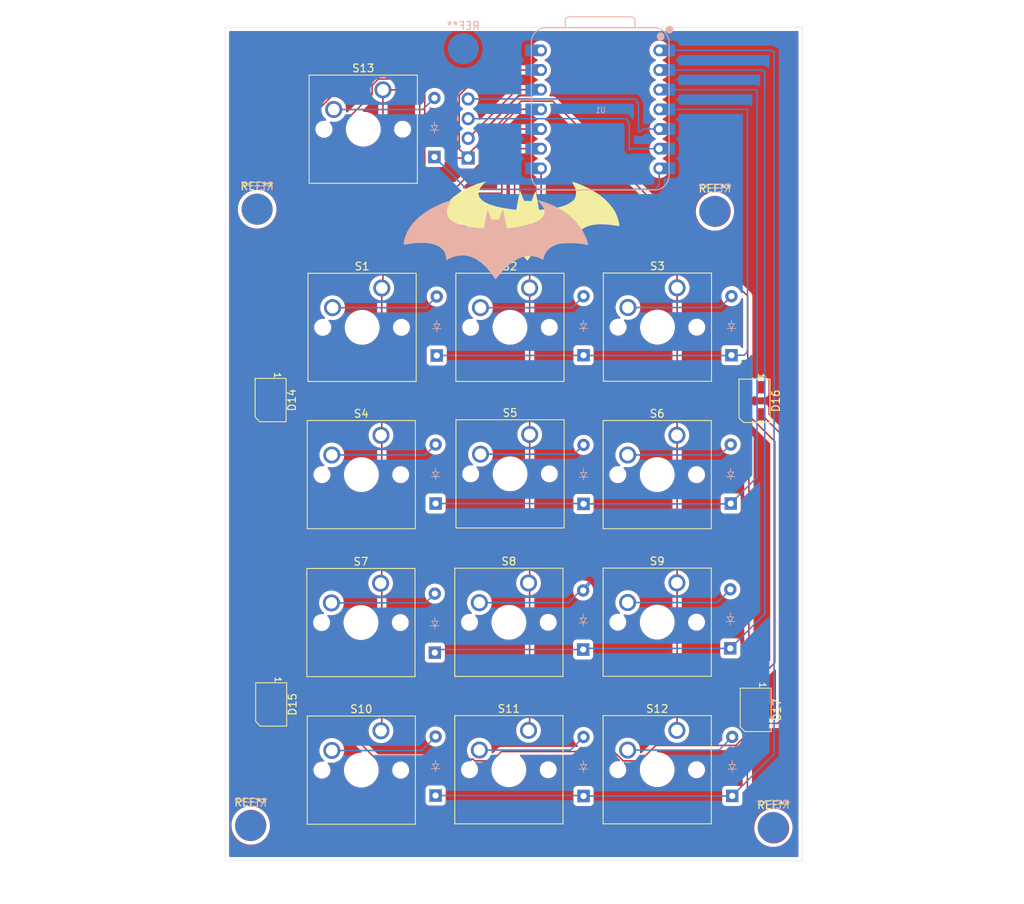
<source format=kicad_pcb>
(kicad_pcb (version 20240108) (generator "pcbnew") (generator_version "8.0")
  (layers (0 "F.Cu" signal) (31 "B.Cu" signal) (34 "B.Paste" user) (35 "F.Paste" user) (36 "B.SilkS" user "B.Silkscreen") (37 "F.SilkS" user "F.Silkscreen") (38 "B.Mask" user) (39 "F.Mask" user) (44 "Edge.Cuts" user))
  (net 0 "")
  (net 1 "/Row 0")
  (net 2 "Net-(D1-A)")
  (net 3 "Net-(D2-A)")
  (net 4 "Net-(D3-A)")
  (net 5 "Net-(D4-A)")
  (net 6 "Net-(D4-K)")
  (net 7 "Net-(D5-A)")
  (net 8 "Net-(D6-A)")
  (net 9 "Net-(D7-K)")
  (net 10 "Net-(D7-A)")
  (net 11 "Net-(D8-A)")
  (net 12 "Net-(D9-A)")
  (net 13 "Net-(D10-A)")
  (net 14 "Net-(D11-A)")
  (net 15 "Net-(D12-A)")
  (net 16 "Net-(D13-A)")
  (net 17 "Net-(D13-K)")
  (net 18 "Net-(D14-DIN)")
  (net 19 "+5v")
  (net 20 "Net-(D15-DOUT)")
  (net 21 "Net-(D10-K)")
  (net 22 "GND")
  (net 23 "Net-(U1-GPIO4{slash}MISO)")
  (net 24 "Net-(U1-GPIO2{slash}SCK)")
  (net 25 "Net-(U1-GPIO1{slash}RX)")
  (net 26 "+5V")
  (net 27 "Net-(J2-SCL)")
  (net 28 "Net-(J2-SDA)")
  (net 29 "Net-(J2-VCC)")
  (net 30 "Net-(D14-DOUT)")
  (net 32 "Net-(D16-DIN)")
  (footprint "Button_Switch_Keyboard:SW_Cherry_MX_1.00u_PCB" (layer "F.Cu") (at 135.25 111.8)
    (property "Reference" "S11" (at -2.54 -2.794 0) (layer "F.SilkS"))
    (property "Value" "Keyswitch")
    (pad "" np_thru_hole circle (at -7.62 5.08) (size 1.7 1.7) (drill 1.7) (layers "*.Cu" "*.Mask"))
    (pad "" np_thru_hole circle (at -2.54 5.08) (size 4 4) (drill 4) (layers "*.Cu" "*.Mask"))
    (pad "" np_thru_hole circle (at 2.54 5.08) (size 1.7 1.7) (drill 1.7) (layers "*.Cu" "*.Mask"))
    (pad "1" thru_hole circle (at 0 0) (size 2.2 2.2) (drill 1.5) (layers "*.Cu" "*.Mask") (net 24 "Net-(U1-GPIO2{slash}SCK)"))
    (pad "2" thru_hole circle (at -6.35 2.54) (size 2.2 2.2) (drill 1.5) (layers "*.Cu" "*.Mask") (net 14 "Net-(D11-A)"))
  )
  (footprint "Button_Switch_Keyboard:SW_Cherry_MX_1.00u_PCB" (layer "F.Cu") (at 116.3 54.685)
    (property "Reference" "S1" (at -2.54 -2.794 0) (layer "F.SilkS"))
    (property "Value" "Keyswitch")
    (pad "" np_thru_hole circle (at -7.62 5.08) (size 1.7 1.7) (drill 1.7) (layers "*.Cu" "*.Mask"))
    (pad "" np_thru_hole circle (at -2.54 5.08) (size 4 4) (drill 4) (layers "*.Cu" "*.Mask"))
    (pad "" np_thru_hole circle (at 2.54 5.08) (size 1.7 1.7) (drill 1.7) (layers "*.Cu" "*.Mask"))
    (pad "1" thru_hole circle (at 0 0) (size 2.2 2.2) (drill 1.5) (layers "*.Cu" "*.Mask") (net 23 "Net-(U1-GPIO4{slash}MISO)"))
    (pad "2" thru_hole circle (at -6.35 2.54) (size 2.2 2.2) (drill 1.5) (layers "*.Cu" "*.Mask") (net 2 "Net-(D1-A)"))
  )
  (footprint "Mounting_Wuerth:Mounting_Wuerth_WA-SMSI-M1.6_H2.5mm_ThreadDepth1.5mm_NoNPTH_97730256330" (layer "F.Cu") (at 100.2 44.5)
    (property "Reference" "REF**" (at 0 -2.95 0) (layer "F.SilkS"))
    (property "Value" "Mounting_Wuerth_WA-SMSI-M1.6_H2.5mm_ThreadDepth1.5mm_NoNPTH_97730256330")
    (pad "1" smd circle (at 0 0) (size 4 4) (layers "F.Cu" "F.Mask"))
  )
  (footprint "Button_Switch_Keyboard:SW_Cherry_MX_1.00u_PCB" (layer "F.Cu") (at 135.39 54.68)
    (property "Reference" "S2" (at -2.54 -2.794 0) (layer "F.SilkS"))
    (property "Value" "Keyswitch")
    (pad "" np_thru_hole circle (at -7.62 5.08) (size 1.7 1.7) (drill 1.7) (layers "*.Cu" "*.Mask"))
    (pad "" np_thru_hole circle (at -2.54 5.08) (size 4 4) (drill 4) (layers "*.Cu" "*.Mask"))
    (pad "" np_thru_hole circle (at 2.54 5.08) (size 1.7 1.7) (drill 1.7) (layers "*.Cu" "*.Mask"))
    (pad "1" thru_hole circle (at 0 0) (size 2.2 2.2) (drill 1.5) (layers "*.Cu" "*.Mask") (net 24 "Net-(U1-GPIO2{slash}SCK)"))
    (pad "2" thru_hole circle (at -6.35 2.54) (size 2.2 2.2) (drill 1.5) (layers "*.Cu" "*.Mask") (net 3 "Net-(D2-A)"))
  )
  (footprint "LED_SMD:LED_SK6812MINI_PLCC4_3.5x3.5mm_P1.75mm" (layer "F.Cu") (at 164.425 69.25 -90)
    (property "Reference" "D16" (at 0 -2.75 90) (layer "F.SilkS"))
    (property "Value" "SK6812MINI")
    (fp_text user "1" (at -3.2 -0.875 -90) (layer "F.SilkS") (effects (font (size 0.8 0.8))))
    (pad "1" smd rect (at -1.75 -0.875 270) (size 1.6 0.85) (layers "F.Cu" "F.Paste" "F.Mask"))
    (pad "2" smd rect (at -1.75 0.875 270) (size 1.6 0.85) (layers "F.Cu" "F.Paste" "F.Mask") (net 22 "GND"))
    (pad "3" smd rect (at 1.75 0.875 270) (size 1.6 0.85) (layers "F.Cu" "F.Paste" "F.Mask") (net 32 "Net-(D16-DIN)"))
    (pad "4" smd rect (at 1.75 -0.875 270) (size 1.6 0.85) (layers "F.Cu" "F.Paste" "F.Mask") (net 19 "+5v"))
  )
  (footprint "Button_Switch_Keyboard:SW_Cherry_MX_1.00u_PCB" (layer "F.Cu") (at 135.4 73.6)
    (property "Reference" "S5" (at -2.54 -2.794 0) (layer "F.SilkS"))
    (property "Value" "Keyswitch")
    (pad "" np_thru_hole circle (at -7.62 5.08) (size 1.7 1.7) (drill 1.7) (layers "*.Cu" "*.Mask"))
    (pad "" np_thru_hole circle (at -2.54 5.08) (size 4 4) (drill 4) (layers "*.Cu" "*.Mask"))
    (pad "" np_thru_hole circle (at 2.54 5.08) (size 1.7 1.7) (drill 1.7) (layers "*.Cu" "*.Mask"))
    (pad "1" thru_hole circle (at 0 0) (size 2.2 2.2) (drill 1.5) (layers "*.Cu" "*.Mask") (net 24 "Net-(U1-GPIO2{slash}SCK)"))
    (pad "2" thru_hole circle (at -6.35 2.54) (size 2.2 2.2) (drill 1.5) (layers "*.Cu" "*.Mask") (net 7 "Net-(D5-A)"))
  )
  (footprint "Button_Switch_Keyboard:SW_Cherry_MX_1.00u_PCB" (layer "F.Cu") (at 154.4 73.7)
    (property "Reference" "S6" (at -2.54 -2.794 0) (layer "F.SilkS"))
    (property "Value" "Keyswitch")
    (pad "" np_thru_hole circle (at -7.62 5.08) (size 1.7 1.7) (drill 1.7) (layers "*.Cu" "*.Mask"))
    (pad "" np_thru_hole circle (at -2.54 5.08) (size 4 4) (drill 4) (layers "*.Cu" "*.Mask"))
    (pad "" np_thru_hole circle (at 2.54 5.08) (size 1.7 1.7) (drill 1.7) (layers "*.Cu" "*.Mask"))
    (pad "1" thru_hole circle (at 0 0) (size 2.2 2.2) (drill 1.5) (layers "*.Cu" "*.Mask") (net 25 "Net-(U1-GPIO1{slash}RX)"))
    (pad "2" thru_hole circle (at -6.35 2.54) (size 2.2 2.2) (drill 1.5) (layers "*.Cu" "*.Mask") (net 8 "Net-(D6-A)"))
  )
  (footprint "Mounting_Wuerth:Mounting_Wuerth_WA-SMSI-M1.6_H2.5mm_ThreadDepth1.5mm_NoNPTH_97730256330" (layer "F.Cu") (at 99.4 124.05)
    (property "Reference" "REF**" (at 0 -2.95 0) (layer "F.SilkS"))
    (property "Value" "Mounting_Wuerth_WA-SMSI-M1.6_H2.5mm_ThreadDepth1.5mm_NoNPTH_97730256330")
    (pad "1" smd circle (at 0 0) (size 4 4) (layers "F.Cu" "F.Mask"))
  )
  (footprint "Button_Switch_Keyboard:SW_Cherry_MX_1.00u_PCB" (layer "F.Cu") (at 154.4 111.8)
    (property "Reference" "S12" (at -2.54 -2.794 0) (layer "F.SilkS"))
    (property "Value" "Keyswitch")
    (pad "" np_thru_hole circle (at -7.62 5.08) (size 1.7 1.7) (drill 1.7) (layers "*.Cu" "*.Mask"))
    (pad "" np_thru_hole circle (at -2.54 5.08) (size 4 4) (drill 4) (layers "*.Cu" "*.Mask"))
    (pad "" np_thru_hole circle (at 2.54 5.08) (size 1.7 1.7) (drill 1.7) (layers "*.Cu" "*.Mask"))
    (pad "1" thru_hole circle (at 0 0) (size 2.2 2.2) (drill 1.5) (layers "*.Cu" "*.Mask") (net 25 "Net-(U1-GPIO1{slash}RX)"))
    (pad "2" thru_hole circle (at -6.35 2.54) (size 2.2 2.2) (drill 1.5) (layers "*.Cu" "*.Mask") (net 15 "Net-(D12-A)"))
  )
  (footprint "Button_Switch_Keyboard:SW_Cherry_MX_1.00u_PCB" (layer "F.Cu") (at 116.2 111.85)
    (property "Reference" "S10" (at -2.54 -2.794 0) (layer "F.SilkS"))
    (property "Value" "Keyswitch")
    (pad "" np_thru_hole circle (at -7.62 5.08) (size 1.7 1.7) (drill 1.7) (layers "*.Cu" "*.Mask"))
    (pad "" np_thru_hole circle (at -2.54 5.08) (size 4 4) (drill 4) (layers "*.Cu" "*.Mask"))
    (pad "" np_thru_hole circle (at 2.54 5.08) (size 1.7 1.7) (drill 1.7) (layers "*.Cu" "*.Mask"))
    (pad "1" thru_hole circle (at 0 0) (size 2.2 2.2) (drill 1.5) (layers "*.Cu" "*.Mask") (net 23 "Net-(U1-GPIO4{slash}MISO)"))
    (pad "2" thru_hole circle (at -6.35 2.54) (size 2.2 2.2) (drill 1.5) (layers "*.Cu" "*.Mask") (net 13 "Net-(D10-A)"))
  )
  (footprint "" (layer "F.Cu") (at 127.6 23)
    (property "Reference" "" (at 0 0 0) (layer "F.SilkS") (effects (font (size 1.27 1.27))))
    (property "Value" "")
  )
  (footprint "Slikscreen:Batman" (layer "F.Cu") (at 135.05 46.1)
    (property "Reference" "G***" (at 0 0 0) (layer "F.SilkS") (effects (font (size 1.5 1.5) (thickness 0.3))))
    (property "Value" "LOGO" (hide yes))
  )
  (footprint "LED_SMD:LED_SK6812MINI_PLCC4_3.5x3.5mm_P1.75mm" (layer "F.Cu") (at 101.95 69.15 -90)
    (property "Reference" "D14" (at 0 -2.75 90) (layer "F.SilkS"))
    (property "Value" "SK6812MINI")
    (fp_text user "1" (at -3.2 -0.875 -90) (layer "F.SilkS") (effects (font (size 0.8 0.8))))
    (pad "1" smd rect (at -1.75 -0.875 270) (size 1.6 0.85) (layers "F.Cu" "F.Paste" "F.Mask") (net 30 "Net-(D14-DOUT)"))
    (pad "2" smd rect (at -1.75 0.875 270) (size 1.6 0.85) (layers "F.Cu" "F.Paste" "F.Mask") (net 22 "GND"))
    (pad "3" smd rect (at 1.75 0.875 270) (size 1.6 0.85) (layers "F.Cu" "F.Paste" "F.Mask") (net 18 "Net-(D14-DIN)"))
    (pad "4" smd rect (at 1.75 -0.875 270) (size 1.6 0.85) (layers "F.Cu" "F.Paste" "F.Mask") (net 19 "+5v"))
  )
  (footprint "ScottoKeebs_Components:OLED_128x32" (layer "F.Cu") (at 125.85 28.1)
    (property "Reference" "J2" (hide yes))
    (property "Value" "OLED_128x32")
    (pad "1" thru_hole rect (at 1.6 9.8 180) (size 1.7 1.7) (drill 1) (layers "*.Cu" "*.Mask") (net 22 "GND"))
    (pad "2" thru_hole oval (at 1.6 7.26 180) (size 1.7 1.7) (drill 1) (layers "*.Cu" "*.Mask") (net 29 "Net-(J2-VCC)"))
    (pad "3" thru_hole oval (at 1.6 4.72 180) (size 1.7 1.7) (drill 1) (layers "*.Cu" "*.Mask") (net 27 "Net-(J2-SCL)"))
    (pad "4" thru_hole oval (at 1.6 2.18 180) (size 1.7 1.7) (drill 1) (layers "*.Cu" "*.Mask") (net 28 "Net-(J2-SDA)"))
  )
  (footprint "Button_Switch_Keyboard:SW_Cherry_MX_1.00u_PCB" (layer "F.Cu") (at 116.15 92.8)
    (property "Reference" "S7" (at -2.54 -2.794 0) (layer "F.SilkS"))
    (property "Value" "Keyswitch")
    (pad "" np_thru_hole circle (at -7.62 5.08) (size 1.7 1.7) (drill 1.7) (layers "*.Cu" "*.Mask"))
    (pad "" np_thru_hole circle (at -2.54 5.08) (size 4 4) (drill 4) (layers "*.Cu" "*.Mask"))
    (pad "" np_thru_hole circle (at 2.54 5.08) (size 1.7 1.7) (drill 1.7) (layers "*.Cu" "*.Mask"))
    (pad "1" thru_hole circle (at 0 0) (size 2.2 2.2) (drill 1.5) (layers "*.Cu" "*.Mask") (net 23 "Net-(U1-GPIO4{slash}MISO)"))
    (pad "2" thru_hole circle (at -6.35 2.54) (size 2.2 2.2) (drill 1.5) (layers "*.Cu" "*.Mask") (net 10 "Net-(D7-A)"))
  )
  (footprint "LED_SMD:LED_SK6812MINI_PLCC4_3.5x3.5mm_P1.75mm" (layer "F.Cu") (at 102.025 108.45 -90)
    (property "Reference" "D15" (at 0 -2.75 90) (layer "F.SilkS"))
    (property "Value" "SK6812MINI")
    (fp_text user "1" (at -3.2 -0.875 -90) (layer "F.SilkS") (effects (font (size 0.8 0.8))))
    (pad "1" smd rect (at -1.75 -0.875 270) (size 1.6 0.85) (layers "F.Cu" "F.Paste" "F.Mask") (net 20 "Net-(D15-DOUT)"))
    (pad "2" smd rect (at -1.75 0.875 270) (size 1.6 0.85) (layers "F.Cu" "F.Paste" "F.Mask") (net 22 "GND"))
    (pad "3" smd rect (at 1.75 0.875 270) (size 1.6 0.85) (layers "F.Cu" "F.Paste" "F.Mask") (net 30 "Net-(D14-DOUT)"))
    (pad "4" smd rect (at 1.75 -0.875 270) (size 1.6 0.85) (layers "F.Cu" "F.Paste" "F.Mask") (net 19 "+5v"))
  )
  (footprint "Button_Switch_Keyboard:SW_Cherry_MX_1.00u_PCB" (layer "F.Cu") (at 154.43 54.66)
    (property "Reference" "S3" (at -2.54 -2.794 0) (layer "F.SilkS"))
    (property "Value" "Keyswitch")
    (pad "" np_thru_hole circle (at -7.62 5.08) (size 1.7 1.7) (drill 1.7) (layers "*.Cu" "*.Mask"))
    (pad "" np_thru_hole circle (at -2.54 5.08) (size 4 4) (drill 4) (layers "*.Cu" "*.Mask"))
    (pad "" np_thru_hole circle (at 2.54 5.08) (size 1.7 1.7) (drill 1.7) (layers "*.Cu" "*.Mask"))
    (pad "1" thru_hole circle (at 0 0) (size 2.2 2.2) (drill 1.5) (layers "*.Cu" "*.Mask") (net 25 "Net-(U1-GPIO1{slash}RX)"))
    (pad "2" thru_hole circle (at -6.35 2.54) (size 2.2 2.2) (drill 1.5) (layers "*.Cu" "*.Mask") (net 4 "Net-(D3-A)"))
  )
  (footprint "Button_Switch_Keyboard:SW_Cherry_MX_1.00u_PCB" (layer "F.Cu") (at 116.45 29.1)
    (property "Reference" "S13" (at -2.54 -2.794 0) (layer "F.SilkS"))
    (property "Value" "Keyswitch")
    (pad "" np_thru_hole circle (at -7.62 5.08) (size 1.7 1.7) (drill 1.7) (layers "*.Cu" "*.Mask"))
    (pad "" np_thru_hole circle (at -2.54 5.08) (size 4 4) (drill 4) (layers "*.Cu" "*.Mask"))
    (pad "" np_thru_hole circle (at 2.54 5.08) (size 1.7 1.7) (drill 1.7) (layers "*.Cu" "*.Mask"))
    (pad "1" thru_hole circle (at 0 0) (size 2.2 2.2) (drill 1.5) (layers "*.Cu" "*.Mask") (net 23 "Net-(U1-GPIO4{slash}MISO)"))
    (pad "2" thru_hole circle (at -6.35 2.54) (size 2.2 2.2) (drill 1.5) (layers "*.Cu" "*.Mask") (net 16 "Net-(D13-A)"))
  )
  (footprint "Button_Switch_Keyboard:SW_Cherry_MX_1.00u_PCB" (layer "F.Cu") (at 154.4 92.75)
    (property "Reference" "S9" (at -2.54 -2.794 0) (layer "F.SilkS"))
    (property "Value" "Keyswitch")
    (pad "" np_thru_hole circle (at -7.62 5.08) (size 1.7 1.7) (drill 1.7) (layers "*.Cu" "*.Mask"))
    (pad "" np_thru_hole circle (at -2.54 5.08) (size 4 4) (drill 4) (layers "*.Cu" "*.Mask"))
    (pad "" np_thru_hole circle (at 2.54 5.08) (size 1.7 1.7) (drill 1.7) (layers "*.Cu" "*.Mask"))
    (pad "1" thru_hole circle (at 0 0) (size 2.2 2.2) (drill 1.5) (layers "*.Cu" "*.Mask") (net 25 "Net-(U1-GPIO1{slash}RX)"))
    (pad "2" thru_hole circle (at -6.35 2.54) (size 2.2 2.2) (drill 1.5) (layers "*.Cu" "*.Mask") (net 12 "Net-(D9-A)"))
  )
  (footprint "LED_SMD:LED_SK6812MINI_PLCC4_3.5x3.5mm_P1.75mm" (layer "F.Cu") (at 164.575 109.15 -90)
    (property "Reference" "D17" (at 0 -2.75 90) (layer "F.SilkS"))
    (property "Value" "SK6812MINI")
    (fp_text user "1" (at -3.2 -0.875 -90) (layer "F.SilkS") (effects (font (size 0.8 0.8))))
    (pad "1" smd rect (at -1.75 -0.875 270) (size 1.6 0.85) (layers "F.Cu" "F.Paste" "F.Mask") (net 32 "Net-(D16-DIN)"))
    (pad "2" smd rect (at -1.75 0.875 270) (size 1.6 0.85) (layers "F.Cu" "F.Paste" "F.Mask") (net 22 "GND"))
    (pad "3" smd rect (at 1.75 0.875 270) (size 1.6 0.85) (layers "F.Cu" "F.Paste" "F.Mask") (net 20 "Net-(D15-DOUT)"))
    (pad "4" smd rect (at 1.75 -0.875 270) (size 1.6 0.85) (layers "F.Cu" "F.Paste" "F.Mask") (net 19 "+5v"))
  )
  (footprint "Mounting_Wuerth:Mounting_Wuerth_WA-SMSI-M1.6_H2.5mm_ThreadDepth1.5mm_NoNPTH_97730256330" (layer "F.Cu") (at 159.35 44.8)
    (property "Reference" "REF**" (at 0 -2.95 0) (layer "F.SilkS"))
    (property "Value" "Mounting_Wuerth_WA-SMSI-M1.6_H2.5mm_ThreadDepth1.5mm_NoNPTH_97730256330")
    (pad "1" smd circle (at 0 0) (size 4 4) (layers "F.Cu" "F.Mask"))
  )
  (footprint "Mounting_Wuerth:Mounting_Wuerth_WA-SMSI-M1.6_H2.5mm_ThreadDepth1.5mm_NoNPTH_97730256330" (layer "F.Cu") (at 166.9 124.4)
    (property "Reference" "REF**" (at 0 -2.95 0) (layer "F.SilkS"))
    (property "Value" "Mounting_Wuerth_WA-SMSI-M1.6_H2.5mm_ThreadDepth1.5mm_NoNPTH_97730256330")
    (pad "1" smd circle (at 0 0) (size 4 4) (layers "F.Cu" "F.Mask"))
  )
  (footprint "Button_Switch_Keyboard:SW_Cherry_MX_1.00u_PCB" (layer "F.Cu") (at 135.25 92.77)
    (property "Reference" "S8" (at -2.54 -2.794 0) (layer "F.SilkS"))
    (property "Value" "Keyswitch")
    (pad "" np_thru_hole circle (at -7.62 5.08) (size 1.7 1.7) (drill 1.7) (layers "*.Cu" "*.Mask"))
    (pad "" np_thru_hole circle (at -2.54 5.08) (size 4 4) (drill 4) (layers "*.Cu" "*.Mask"))
    (pad "" np_thru_hole circle (at 2.54 5.08) (size 1.7 1.7) (drill 1.7) (layers "*.Cu" "*.Mask"))
    (pad "1" thru_hole circle (at 0 0) (size 2.2 2.2) (drill 1.5) (layers "*.Cu" "*.Mask") (net 24 "Net-(U1-GPIO2{slash}SCK)"))
    (pad "2" thru_hole circle (at -6.35 2.54) (size 2.2 2.2) (drill 1.5) (layers "*.Cu" "*.Mask") (net 11 "Net-(D8-A)"))
  )
  (footprint "Button_Switch_Keyboard:SW_Cherry_MX_1.00u_PCB" (layer "F.Cu") (at 116.2 73.7)
    (property "Reference" "S4" (at -2.54 -2.794 0) (layer "F.SilkS"))
    (property "Value" "Keyswitch")
    (pad "" np_thru_hole circle (at -7.62 5.08) (size 1.7 1.7) (drill 1.7) (layers "*.Cu" "*.Mask"))
    (pad "" np_thru_hole circle (at -2.54 5.08) (size 4 4) (drill 4) (layers "*.Cu" "*.Mask"))
    (pad "" np_thru_hole circle (at 2.54 5.08) (size 1.7 1.7) (drill 1.7) (layers "*.Cu" "*.Mask"))
    (pad "1" thru_hole circle (at 0 0) (size 2.2 2.2) (drill 1.5) (layers "*.Cu" "*.Mask") (net 23 "Net-(U1-GPIO4{slash}MISO)"))
    (pad "2" thru_hole circle (at -6.35 2.54) (size 2.2 2.2) (drill 1.5) (layers "*.Cu" "*.Mask") (net 5 "Net-(D4-A)"))
  )
  (footprint "ScottoKeebs_Components:Diode_DO-35" (layer "B.Cu") (at 161.55 120.26 90)
    (property "Reference" "D12" (hide yes))
    (property "Value" "Diode" (hide yes))
    (pad "1" thru_hole rect (at 0 0 90) (size 1.6 1.6) (drill 0.8) (layers "*.Cu" "*.Mask") (net 21 "Net-(D10-K)"))
    (pad "2" thru_hole oval (at 7.62 0 90) (size 1.6 1.6) (drill 0.8) (layers "*.Cu" "*.Mask") (net 15 "Net-(D12-A)"))
  )
  (footprint "Mounting_Wuerth:Mounting_Wuerth_WA-SMSI-M1.6_H2.5mm_ThreadDepth1.5mm_NoNPTH_97730256330" (layer "B.Cu") (at 159.277817 44.777817 180)
    (property "Reference" "REF**" (at 0 2.95 0) (layer "B.SilkS") (effects (justify mirror)))
    (property "Value" "Mounting_Wuerth_WA-SMSI-M1.6_H2.5mm_ThreadDepth1.5mm_NoNPTH_97730256330")
    (pad "1" smd circle (at 0 0 180) (size 4 4) (layers "B.Cu" "B.Mask"))
  )
  (footprint "ScottoKeebs_Components:Diode_DO-35" (layer "B.Cu") (at 161.35 82.51 90)
    (property "Reference" "D6" (hide yes))
    (property "Value" "Diode" (hide yes))
    (pad "1" thru_hole rect (at 0 0 90) (size 1.6 1.6) (drill 0.8) (layers "*.Cu" "*.Mask") (net 6 "Net-(D4-K)"))
    (pad "2" thru_hole oval (at 7.62 0 90) (size 1.6 1.6) (drill 0.8) (layers "*.Cu" "*.Mask") (net 8 "Net-(D6-A)"))
  )
  (footprint "ScottoKeebs_Components:Diode_DO-35" (layer "B.Cu") (at 161.45 63.36 90)
    (property "Reference" "D3" (hide yes))
    (property "Value" "Diode" (hide yes))
    (pad "1" thru_hole rect (at 0 0 90) (size 1.6 1.6) (drill 0.8) (layers "*.Cu" "*.Mask") (net 1 "/Row 0"))
    (pad "2" thru_hole oval (at 7.62 0 90) (size 1.6 1.6) (drill 0.8) (layers "*.Cu" "*.Mask") (net 4 "Net-(D3-A)"))
  )
  (footprint "ScottoKeebs_Components:Diode_DO-35" (layer "B.Cu") (at 142.3 101.36 90)
    (property "Reference" "D8" (hide yes))
    (property "Value" "Diode" (hide yes))
    (pad "1" thru_hole rect (at 0 0 90) (size 1.6 1.6) (drill 0.8) (layers "*.Cu" "*.Mask") (net 9 "Net-(D7-K)"))
    (pad "2" thru_hole oval (at 7.62 0 90) (size 1.6 1.6) (drill 0.8) (layers "*.Cu" "*.Mask") (net 11 "Net-(D8-A)"))
  )
  (footprint "ScottoKeebs_Components:Diode_DO-35" (layer "B.Cu") (at 123.25 82.51 90)
    (property "Reference" "D4" (hide yes))
    (property "Value" "Diode" (hide yes))
    (pad "1" thru_hole rect (at 0 0 90) (size 1.6 1.6) (drill 0.8) (layers "*.Cu" "*.Mask") (net 6 "Net-(D4-K)"))
    (pad "2" thru_hole oval (at 7.62 0 90) (size 1.6 1.6) (drill 0.8) (layers "*.Cu" "*.Mask") (net 5 "Net-(D4-A)"))
  )
  (footprint "Mounting_Wuerth:Mounting_Wuerth_WA-SMSI-M1.6_H2.5mm_ThreadDepth1.5mm_NoNPTH_97730256330" (layer "B.Cu") (at 100.222183 44.527817 180)
    (property "Reference" "REF**" (at 0 2.95 0) (layer "B.SilkS") (effects (justify mirror)))
    (property "Value" "Mounting_Wuerth_WA-SMSI-M1.6_H2.5mm_ThreadDepth1.5mm_NoNPTH_97730256330")
    (pad "1" smd circle (at 0 0 180) (size 4 4) (layers "B.Cu" "B.Mask"))
  )
  (footprint "Mounting_Wuerth:Mounting_Wuerth_WA-SMSI-M1.6_H2.5mm_ThreadDepth1.5mm_NoNPTH_97730256330" (layer "B.Cu") (at 99.35 124.1 180)
    (property "Reference" "REF**" (at 0 2.95 0) (layer "B.SilkS") (effects (justify mirror)))
    (property "Value" "Mounting_Wuerth_WA-SMSI-M1.6_H2.5mm_ThreadDepth1.5mm_NoNPTH_97730256330")
    (pad "1" smd circle (at 0 0 180) (size 4 4) (layers "B.Cu" "B.Mask"))
  )
  (footprint "Mounting_Wuerth:Mounting_Wuerth_WA-SMSI-M1.6_H2.5mm_ThreadDepth1.5mm_NoNPTH_97730256330" (layer "B.Cu") (at 126.822183 23.777817 180)
    (property "Reference" "REF**" (at 0 2.95 0) (layer "B.SilkS") (effects (justify mirror)))
    (property "Value" "Mounting_Wuerth_WA-SMSI-M1.6_H2.5mm_ThreadDepth1.5mm_NoNPTH_97730256330")
    (pad "1" smd circle (at 0 0 180) (size 4 4) (layers "B.Cu" "B.Mask"))
  )
  (footprint "ScottoKeebs_Components:Diode_DO-35" (layer "B.Cu") (at 142.35 120.27 90)
    (property "Reference" "D11" (hide yes))
    (property "Value" "Diode" (hide yes))
    (pad "1" thru_hole rect (at 0 0 90) (size 1.6 1.6) (drill 0.8) (layers "*.Cu" "*.Mask") (net 21 "Net-(D10-K)"))
    (pad "2" thru_hole oval (at 7.62 0 90) (size 1.6 1.6) (drill 0.8) (layers "*.Cu" "*.Mask") (net 14 "Net-(D11-A)"))
  )
  (footprint "ScottoKeebs_Components:Diode_DO-35" (layer "B.Cu") (at 161.3 101.21 90)
    (property "Reference" "D9" (hide yes))
    (property "Value" "Diode" (hide yes))
    (pad "1" thru_hole rect (at 0 0 90) (size 1.6 1.6) (drill 0.8) (layers "*.Cu" "*.Mask") (net 9 "Net-(D7-K)"))
    (pad "2" thru_hole oval (at 7.62 0 90) (size 1.6 1.6) (drill 0.8) (layers "*.Cu" "*.Mask") (net 12 "Net-(D9-A)"))
  )
  (footprint "" (layer "B.Cu") (at 99.422183 45.277817 180)
    (property "Reference" "" (at 0 0 0) (layer "B.SilkS") (effects (font (size 1.27 1.27)) (justify mirror)))
    (property "Value" "")
  )
  (footprint "ScottoKeebs_Components:Diode_DO-35" (layer "B.Cu") (at 123.4 63.4 90)
    (property "Reference" "D1" (hide yes))
    (property "Value" "Diode" (hide yes))
    (pad "1" thru_hole rect (at 0 0 90) (size 1.6 1.6) (drill 0.8) (layers "*.Cu" "*.Mask") (net 1 "/Row 0"))
    (pad "2" thru_hole oval (at 7.62 0 90) (size 1.6 1.6) (drill 0.8) (layers "*.Cu" "*.Mask") (net 2 "Net-(D1-A)"))
  )
  (footprint "ScottoKeebs_Components:Diode_DO-35" (layer "B.Cu") (at 123.25 120.21 90)
    (property "Reference" "D10" (hide yes))
    (property "Value" "Diode" (hide yes))
    (pad "1" thru_hole rect (at 0 0 90) (size 1.6 1.6) (drill 0.8) (layers "*.Cu" "*.Mask") (net 21 "Net-(D10-K)"))
    (pad "2" thru_hole oval (at 7.62 0 90) (size 1.6 1.6) (drill 0.8) (layers "*.Cu" "*.Mask") (net 13 "Net-(D10-A)"))
  )
  (footprint "ScottoKeebs_Components:Diode_DO-35" (layer "B.Cu") (at 123.15 101.76 90)
    (property "Reference" "D7" (hide yes))
    (property "Value" "Diode" (hide yes))
    (pad "1" thru_hole rect (at 0 0 90) (size 1.6 1.6) (drill 0.8) (layers "*.Cu" "*.Mask") (net 9 "Net-(D7-K)"))
    (pad "2" thru_hole oval (at 7.62 0 90) (size 1.6 1.6) (drill 0.8) (layers "*.Cu" "*.Mask") (net 10 "Net-(D7-A)"))
  )
  (footprint "ScottoKeebs_Components:Diode_DO-35" (layer "B.Cu") (at 142.35 82.56 90)
    (property "Reference" "D5" (hide yes))
    (property "Value" "Diode" (hide yes))
    (pad "1" thru_hole rect (at 0 0 90) (size 1.6 1.6) (drill 0.8) (layers "*.Cu" "*.Mask") (net 6 "Net-(D4-K)"))
    (pad "2" thru_hole oval (at 7.62 0 90) (size 1.6 1.6) (drill 0.8) (layers "*.Cu" "*.Mask") (net 7 "Net-(D5-A)"))
  )
  (footprint "ScottoKeebs_Components:Diode_DO-35" (layer "B.Cu") (at 123.1 37.77 90)
    (property "Reference" "D13" (hide yes))
    (property "Value" "Diode" (hide yes))
    (pad "1" thru_hole rect (at 0 0 90) (size 1.6 1.6) (drill 0.8) (layers "*.Cu" "*.Mask") (net 17 "Net-(D13-K)"))
    (pad "2" thru_hole oval (at 7.62 0 90) (size 1.6 1.6) (drill 0.8) (layers "*.Cu" "*.Mask") (net 16 "Net-(D13-A)"))
  )
  (footprint "Mounting_Wuerth:Mounting_Wuerth_WA-SMSI-M1.6_H2.5mm_ThreadDepth1.5mm_NoNPTH_97730256330" (layer "B.Cu") (at 166.827817 124.327817 180)
    (property "Reference" "REF**" (at 0 2.95 0) (layer "B.SilkS") (effects (justify mirror)))
    (property "Value" "Mounting_Wuerth_WA-SMSI-M1.6_H2.5mm_ThreadDepth1.5mm_NoNPTH_97730256330")
    (pad "1" smd circle (at 0 0 180) (size 4 4) (layers "B.Cu" "B.Mask"))
  )
  (footprint "ScottoKeebs_Components:Diode_DO-35" (layer "B.Cu") (at 142.35 63.36 90)
    (property "Reference" "D2" (hide yes))
    (property "Value" "Diode" (hide yes))
    (pad "1" thru_hole rect (at 0 0 90) (size 1.6 1.6) (drill 0.8) (layers "*.Cu" "*.Mask") (net 1 "/Row 0"))
    (pad "2" thru_hole oval (at 7.62 0 90) (size 1.6 1.6) (drill 0.8) (layers "*.Cu" "*.Mask") (net 3 "Net-(D2-A)"))
  )
  (footprint "OPL:XIAO-RP2040-DIP" (layer "B.Cu") (at 144.5 31.6185 180)
    (property "Reference" "U1" (at -0.05 -0.0815 0) (layer "B.SilkS") (effects (font (size 0.8 0.635) (thickness 0.1016)) (justify mirror)))
    (property "Value" "XIAO-RP2040-DIP")
    (pad "1" smd roundrect (at -8.455 7.62) (size 2.432 1.524) (layers "B.Cu" "B.Mask") (roundrect_rratio 0.1) (net 21 "Net-(D10-K)"))
    (pad "1" thru_hole circle (at -7.62 7.62) (size 1.524 1.524) (drill 0.889) (layers "*.Cu" "*.Mask") (net 21 "Net-(D10-K)"))
    (pad "2" smd roundrect (at -8.455 5.08) (size 2.432 1.524) (layers "B.Cu" "B.Mask") (roundrect_rratio 0.1) (net 9 "Net-(D7-K)"))
    (pad "2" thru_hole circle (at -7.62 5.08) (size 1.524 1.524) (drill 0.889) (layers "*.Cu" "*.Mask") (net 9 "Net-(D7-K)"))
    (pad "3" smd roundrect (at -8.455 2.54) (size 2.432 1.524) (layers "B.Cu" "B.Mask") (roundrect_rratio 0.1) (net 6 "Net-(D4-K)"))
    (pad "3" thru_hole circle (at -7.62 2.54) (size 1.524 1.524) (drill 0.889) (layers "*.Cu" "*.Mask") (net 6 "Net-(D4-K)"))
    (pad "4" smd roundrect (at -8.455 0) (size 2.432 1.524) (layers "B.Cu" "B.Mask") (roundrect_rratio 0.1) (net 1 "/Row 0"))
    (pad "4" thru_hole circle (at -7.62 0) (size 1.524 1.524) (drill 0.889) (layers "*.Cu" "*.Mask") (net 1 "/Row 0"))
    (pad "5" smd roundrect (at -8.455 -2.54) (size 2.432 1.524) (layers "B.Cu" "B.Mask") (roundrect_rratio 0.1) (net 28 "Net-(J2-SDA)"))
    (pad "5" thru_hole circle (at -7.62 -2.54) (size 1.524 1.524) (drill 0.889) (layers "*.Cu" "*.Mask") (net 28 "Net-(J2-SDA)"))
    (pad "6" smd roundrect (at -8.455 -5.08) (size 2.432 1.524) (layers "B.Cu" "B.Mask") (roundrect_rratio 0.1) (net 27 "Net-(J2-SCL)"))
    (pad "6" thru_hole circle (at -7.62 -5.08) (size 1.524 1.524) (drill 0.889) (layers "*.Cu" "*.Mask") (net 27 "Net-(J2-SCL)"))
    (pad "7" smd roundrect (at -8.455 -7.62) (size 2.432 1.524) (layers "B.Cu" "B.Mask") (roundrect_rratio 0.1) (net 17 "Net-(D13-K)"))
    (pad "7" thru_hole circle (at -7.62 -7.62) (size 1.524 1.524) (drill 0.889) (layers "*.Cu" "*.Mask") (net 17 "Net-(D13-K)"))
    (pad "8" thru_hole circle (at 7.62 -7.62 180) (size 1.524 1.524) (drill 0.889) (layers "*.Cu" "*.Mask") (net 25 "Net-(U1-GPIO1{slash}RX)"))
    (pad "8" smd roundrect (at 8.455 -7.62 180) (size 2.432 1.524) (layers "B.Cu" "B.Mask") (roundrect_rratio 0.1) (net 25 "Net-(U1-GPIO1{slash}RX)"))
    (pad "9" thru_hole circle (at 7.62 -5.08 180) (size 1.524 1.524) (drill 0.889) (layers "*.Cu" "*.Mask") (net 24 "Net-(U1-GPIO2{slash}SCK)"))
    (pad "9" smd roundrect (at 8.455 -5.08 180) (size 2.432 1.524) (layers "B.Cu" "B.Mask") (roundrect_rratio 0.1) (net 24 "Net-(U1-GPIO2{slash}SCK)"))
    (pad "10" thru_hole circle (at 7.62 -2.54 180) (size 1.524 1.524) (drill 0.889) (layers "*.Cu" "*.Mask") (net 23 "Net-(U1-GPIO4{slash}MISO)"))
    (pad "10" smd roundrect (at 8.455 -2.54 180) (size 2.432 1.524) (layers "B.Cu" "B.Mask") (roundrect_rratio 0.1) (net 23 "Net-(U1-GPIO4{slash}MISO)"))
    (pad "11" thru_hole circle (at 7.62 0 180) (size 1.524 1.524) (drill 0.889) (layers "*.Cu" "*.Mask") (net 18 "Net-(D14-DIN)"))
    (pad "11" smd roundrect (at 8.455 0 180) (size 2.432 1.524) (layers "B.Cu" "B.Mask") (roundrect_rratio 0.1) (net 18 "Net-(D14-DIN)"))
    (pad "12" thru_hole circle (at 7.62 2.54 180) (size 1.524 1.524) (drill 0.889) (layers "*.Cu" "*.Mask") (net 29 "Net-(J2-VCC)"))
    (pad "12" smd roundrect (at 8.455 2.54 180) (size 2.432 1.524) (layers "B.Cu" "B.Mask") (roundrect_rratio 0.1) (net 29 "Net-(J2-VCC)"))
    (pad "13" thru_hole circle (at 7.62 5.08 180) (size 1.524 1.524) (drill 0.889) (layers "*.Cu" "*.Mask") (net 22 "GND"))
    (pad "13" smd roundrect (at 8.455 5.08 180) (size 2.432 1.524) (layers "B.Cu" "B.Mask") (roundrect_rratio 0.1) (net 22 "GND"))
    (pad "14" thru_hole circle (at 7.62 7.62 180) (size 1.524 1.524) (drill 0.889) (layers "*.Cu" "*.Mask") (net 26 "+5V"))
    (pad "14" smd roundrect (at 8.455 7.62 180) (size 2.432 1.524) (layers "B.Cu" "B.Mask") (roundrect_rratio 0.1) (net 26 "+5V"))
  )
  (footprint "Slikscreen:Batman" (layer "B.Cu") (at 131.05 48.5 180)
    (property "Reference" "G***" (at 0 0 0) (layer "B.SilkS") (effects (font (size 1.5 1.5) (thickness 0.3)) (justify mirror)))
    (property "Value" "LOGO" (hide yes))
  )
  (gr_rect (start 96.1 21) (end 170.6 128.65) (stroke (width 0.05)) (fill none) (layer "Edge.Cuts"))
  (segment (start 163.09 63.36) (end 163.45 63) (width 0.2) (layer "B.Cu") (net 1))
  (segment (start 163.5185 31.6185) (end 152.955 31.6185) (width 0.2) (layer "B.Cu") (net 1))
  (segment (start 123.4 63.4) (end 161.41 63.4) (width 0.2) (layer "B.Cu") (net 1))
  (segment (start 161.45 63.36) (end 163.09 63.36) (width 0.2) (layer "B.Cu") (net 1))
  (segment (start 163.5185 62.7315) (end 163.5185 31.6185) (width 0.2) (layer "B.Cu") (net 1))
  (segment (start 163.45 62.8) (end 163.5185 62.7315) (width 0.2) (layer "B.Cu") (net 1))
  (segment (start 163.45 63) (end 163.45 62.8) (width 0.2) (layer "B.Cu") (net 1))
  (segment (start 161.41 63.4) (end 161.45 63.36) (width 0.2) (layer "B.Cu") (net 1))
  (segment (start 121.955 57.225) (end 123.4 55.78) (width 0.2) (layer "B.Cu") (net 2))
  (segment (start 109.95 57.225) (end 121.955 57.225) (width 0.2) (layer "B.Cu") (net 2))
  (segment (start 129.04 57.22) (end 140.87 57.22) (width 0.2) (layer "B.Cu") (net 3))
  (segment (start 140.87 57.22) (end 142.35 55.74) (width 0.2) (layer "B.Cu") (net 3))
  (segment (start 148.08 57.2) (end 159.99 57.2) (width 0.2) (layer "B.Cu") (net 4))
  (segment (start 159.99 57.2) (end 161.45 55.74) (width 0.2) (layer "B.Cu") (net 4))
  (segment (start 109.85 76.24) (end 121.9 76.24) (width 0.2) (layer "B.Cu") (net 5))
  (segment (start 121.9 76.24) (end 123.25 74.89) (width 0.2) (layer "B.Cu") (net 5))
  (segment (start 142.3 82.51) (end 142.35 82.56) (width 0.2) (layer "B.Cu") (net 6))
  (segment (start 164.75 79.11) (end 164.75 29.25) (width 0.2) (layer "B.Cu") (net 6))
  (segment (start 142.35 82.56) (end 161.3 82.56) (width 0.2) (layer "B.Cu") (net 6))
  (segment (start 161.3 82.56) (end 161.35 82.51) (width 0.2) (layer "B.Cu") (net 6))
  (segment (start 123.25 82.51) (end 142.3 82.51) (width 0.2) (layer "B.Cu") (net 6))
  (segment (start 164.75 29.25) (end 164.5785 29.0785) (width 0.2) (layer "B.Cu") (net 6))
  (segment (start 164.5785 29.0785) (end 152.955 29.0785) (width 0.2) (layer "B.Cu") (net 6))
  (segment (start 161.35 82.51) (end 164.75 79.11) (width 0.2) (layer "B.Cu") (net 6))
  (segment (start 129.05 76.14) (end 141.15 76.14) (width 0.2) (layer "B.Cu") (net 7))
  (segment (start 141.15 76.14) (end 142.35 74.94) (width 0.2) (layer "B.Cu") (net 7))
  (segment (start 148.05 76.24) (end 160 76.24) (width 0.2) (layer "B.Cu") (net 8))
  (segment (start 160 76.24) (end 161.35 74.89) (width 0.2) (layer "B.Cu") (net 8))
  (segment (start 142.45 101.21) (end 142.3 101.36) (width 0.2) (layer "B.Cu") (net 9))
  (segment (start 123.55 101.36) (end 123.15 101.76) (width 0.2) (layer "B.Cu") (net 9))
  (segment (start 165.75 26.7) (end 165.55 26.7) (width 0.2) (layer "B.Cu") (net 9))
  (segment (start 165.75 96.76) (end 165.75 26.7) (width 0.2) (layer "B.Cu") (net 9))
  (segment (start 165.3885 26.5385) (end 152.12 26.5385) (width 0.2) (layer "B.Cu") (net 9))
  (segment (start 161.3 101.21) (end 165.75 96.76) (width 0.2) (layer "B.Cu") (net 9))
  (segment (start 161.3 101.21) (end 142.45 101.21) (width 0.2) (layer "B.Cu") (net 9))
  (segment (start 142.3 101.36) (end 123.55 101.36) (width 0.2) (layer "B.Cu") (net 9))
  (segment (start 165.55 26.7) (end 165.3885 26.5385) (width 0.2) (layer "B.Cu") (net 9))
  (segment (start 109.8 95.34) (end 121.95 95.34) (width 0.2) (layer "B.Cu") (net 10))
  (segment (start 121.95 95.34) (end 123.15 94.14) (width 0.2) (layer "B.Cu") (net 10))
  (segment (start 140.39 95.31) (end 143.15 92.55) (width 0.2) (layer "B.Cu") (net 11))
  (segment (start 143.15 92.89) (end 142.3 93.74) (width 0.2) (layer "B.Cu") (net 11))
  (segment (start 143.15 92.55) (end 143.15 92.89) (width 0.2) (layer "B.Cu") (net 11))
  (segment (start 128.9 95.31) (end 140.39 95.31) (width 0.2) (layer "B.Cu") (net 11))
  (segment (start 159.6 95.29) (end 161.3 93.59) (width 0.2) (layer "B.Cu") (net 12))
  (segment (start 148.05 95.29) (end 159.6 95.29) (width 0.2) (layer "B.Cu") (net 12))
  (segment (start 109.85 114.39) (end 121.45 114.39) (width 0.2) (layer "B.Cu") (net 13))
  (segment (start 121.45 114.39) (end 123.25 112.59) (width 0.2) (layer "B.Cu") (net 13))
  (segment (start 128.9 114.34) (end 140.66 114.34) (width 0.2) (layer "B.Cu") (net 14))
  (segment (start 140.66 114.34) (end 142.35 112.65) (width 0.2) (layer "B.Cu") (net 14))
  (segment (start 159.85 114.34) (end 161.55 112.64) (width 0.2) (layer "B.Cu") (net 15))
  (segment (start 148.05 114.34) (end 159.85 114.34) (width 0.2) (layer "B.Cu") (net 15))
  (segment (start 121.61 31.64) (end 123.1 30.15) (width 0.2) (layer "B.Cu") (net 16))
  (segment (start 110.1 31.64) (end 121.61 31.64) (width 0.2) (layer "B.Cu") (net 16))
  (segment (start 152.12 41.38) (end 152.12 39.2385) (width 0.2) (layer "B.Cu") (net 17))
  (segment (start 127.28 41.95) (end 151.75 41.95) (width 0.2) (layer "B.Cu") (net 17))
  (segment (start 123.1 37.77) (end 127.28 41.95) (width 0.2) (layer "B.Cu") (net 17))
  (segment (start 151.75 41.95) (end 151.75 41.75) (width 0.2) (layer "B.Cu") (net 17))
  (segment (start 151.75 41.75) (end 152.12 41.38) (width 0.2) (layer "B.Cu") (net 17))
  (segment (start 115.05 28.520101) (end 115.870101 27.7) (width 0.2) (layer "F.Cu") (net 18))
  (segment (start 115.05 29.679899) (end 115.05 28.520101) (width 0.2) (layer "F.Cu") (net 18))
  (segment (start 106.9 69.8) (end 106.95 69.75) (width 0.2) (layer "F.Cu") (net 18))
  (segment (start 120.565686 27.7) (end 121.85 28.984314) (width 0.2) (layer "F.Cu") (net 18))
  (segment (start 115.870101 27.7) (end 120.565686 27.7) (width 0.2) (layer "F.Cu") (net 18))
  (segment (start 121.85 28.984314) (end 121.85 40) (width 0.2) (layer "F.Cu") (net 18))
  (segment (start 133.815815 31.6185) (end 136.88 31.6185) (width 0.2) (layer "F.Cu") (net 18))
  (segment (start 123.45 41.6) (end 126 41.6) (width 0.2) (layer "F.Cu") (net 18))
  (segment (start 126 41.6) (end 131.4 36.2) (width 0.2) (layer "F.Cu") (net 18))
  (segment (start 121.85 40) (end 123.45 41.6) (width 0.2) (layer "F.Cu") (net 18))
  (segment (start 106.95 69.75) (end 106.95 37.779899) (width 0.2) (layer "F.Cu") (net 18))
  (segment (start 131.4 34.034315) (end 133.815815 31.6185) (width 0.2) (layer "F.Cu") (net 18))
  (segment (start 101.075 70.9) (end 102.175 69.8) (width 0.2) (layer "F.Cu") (net 18))
  (segment (start 131.4 36.2) (end 131.4 34.034315) (width 0.2) (layer "F.Cu") (net 18))
  (segment (start 106.95 37.779899) (end 115.05 29.679899) (width 0.2) (layer "F.Cu") (net 18))
  (segment (start 102.175 69.8) (end 106.9 69.8) (width 0.2) (layer "F.Cu") (net 18))
  (segment (start 163.5 125.9) (end 163.5 113.8) (width 0.2) (layer "F.Cu") (net 19))
  (segment (start 102 110.2) (end 102.9 110.2) (width 0.2) (layer "F.Cu") (net 19))
  (segment (start 165.45 110.9) (end 165.45 113.8) (width 0.2) (layer "F.Cu") (net 19))
  (segment (start 101.9 100.95) (end 102 101.05) (width 0.2) (layer "F.Cu") (net 19))
  (segment (start 165.45 110.9) (end 167.4 110.9) (width 0.2) (layer "F.Cu") (net 19))
  (segment (start 167.4 110.9) (end 167.8 110.5) (width 0.2) (layer "F.Cu") (net 19))
  (segment (start 167.8 73.5) (end 165.3 71) (width 0.2) (layer "F.Cu") (net 19))
  (segment (start 102.9 110.2) (end 102.9 126.75) (width 0.2) (layer "F.Cu") (net 19))
  (segment (start 163.5 113.8) (end 165.45 113.8) (width 0.2) (layer "F.Cu") (net 19))
  (segment (start 102.825 100.025) (end 101.9 100.95) (width 0.2) (layer "F.Cu") (net 19))
  (segment (start 162.85 126.75) (end 163.45 126.15) (width 0.2) (layer "F.Cu") (net 19))
  (segment (start 167.8 110.5) (end 167.8 73.5) (width 0.2) (layer "F.Cu") (net 19))
  (segment (start 102.9 126.75) (end 162.85 126.75) (width 0.2) (layer "F.Cu") (net 19))
  (segment (start 102 101.05) (end 102 110.2) (width 0.2) (layer "F.Cu") (net 19))
  (segment (start 163.45 125.95) (end 163.5 125.9) (width 0.2) (layer "F.Cu") (net 19))
  (segment (start 163.45 126.15) (end 163.45 125.95) (width 0.2) (layer "F.Cu") (net 19))
  (segment (start 102.825 70.9) (end 102.825 100.025) (width 0.2) (layer "F.Cu") (net 19))
  (segment (start 146.260101 114.53) (end 147.470101 115.74) (width 0.2) (layer "F.Cu") (net 20))
  (segment (start 128.086034 115.505933) (end 128.320101 115.74) (width 0.2) (layer "F.Cu") (net 20))
  (segment (start 147.470101 115.74) (end 149.676598 115.74) (width 0.2) (layer "F.Cu") (net 20))
  (segment (start 105.75 107.65) (end 107.703402 107.65) (width 0.2) (layer "F.Cu") (net 20))
  (segment (start 151.676598 113.74) (end 162.01 113.74) (width 0.2) (layer "F.Cu") (net 20))
  (segment (start 128.320101 115.74) (end 130.526598 115.74) (width 0.2) (layer "F.Cu") (net 20))
  (segment (start 104.8 106.7) (end 105.75 107.65) (width 0.2) (layer "F.Cu") (net 20))
  (segment (start 149.676598 115.74) (end 151.676598 113.74) (width 0.2) (layer "F.Cu") (net 20))
  (segment (start 102.9 106.7) (end 104.8 106.7) (width 0.2) (layer "F.Cu") (net 20))
  (segment (start 130.526598 115.74) (end 131.736598 114.53) (width 0.2) (layer "F.Cu") (net 20))
  (segment (start 115.559335 115.505933) (end 128.086034 115.505933) (width 0.2) (layer "F.Cu") (net 20))
  (segment (start 162.01 113.74) (end 163.7 112.05) (width 0.2) (layer "F.Cu") (net 20))
  (segment (start 131.736598 114.53) (end 146.260101 114.53) (width 0.2) (layer "F.Cu") (net 20))
  (segment (start 107.703402 107.65) (end 115.559335 115.505933) (width 0.2) (layer "F.Cu") (net 20))
  (segment (start 163.7 112.05) (end 163.7 110.9) (width 0.2) (layer "F.Cu") (net 20))
  (segment (start 161.54 120.27) (end 161.55 120.26) (width 0.2) (layer "B.Cu") (net 21))
  (segment (start 123.25 120.21) (end 142.29 120.21) (width 0.2) (layer "B.Cu") (net 21))
  (segment (start 161.55 120.26) (end 166.95 114.86) (width 0.2) (layer "B.Cu") (net 21))
  (segment (start 166.95 114.86) (end 166.95 24.15) (width 0.2) (layer "B.Cu") (net 21))
  (segment (start 142.35 120.27) (end 161.54 120.27) (width 0.2) (layer "B.Cu") (net 21))
  (segment (start 166.7 24.15) (end 166.5485 23.9985) (width 0.2) (layer "B.Cu") (net 21))
  (segment (start 166.5485 23.9985) (end 152.12 23.9985) (width 0.2) (layer "B.Cu") (net 21))
  (segment (start 166.95 24.15) (end 166.7 24.15) (width 0.2) (layer "B.Cu") (net 21))
  (segment (start 142.29 120.21) (end 142.35 120.27) (width 0.2) (layer "B.Cu") (net 21))
  (segment (start 99.05 106.4) (end 98.55 105.9) (width 0.2) (layer "F.Cu") (net 22))
  (segment (start 99.2 106.7) (end 99.05 106.55) (width 0.2) (layer "F.Cu") (net 22))
  (segment (start 122.8 27.3) (end 124.8 29.3) (width 0.2) (layer "F.Cu") (net 22))
  (segment (start 161.3 71.75) (end 161.3 67.35) (width 0.2) (layer "F.Cu") (net 22))
  (segment (start 124.8 37.8) (end 124.85 37.85) (width 0.2) (layer "F.Cu") (net 22))
  (segment (start 124.85 37.85) (end 125 37.85) (width 0.2) (layer "F.Cu") (net 22))
  (segment (start 112.460101 27.3) (end 122.8 27.3) (width 0.2) (layer "F.Cu") (net 22))
  (segment (start 101.075 67.4) (end 102.175 68.5) (width 0.2) (layer "F.Cu") (net 22))
  (segment (start 105.65 66.4) (end 105.65 34.110101) (width 0.2) (layer "F.Cu") (net 22))
  (segment (start 127.45 37.418629) (end 127.45 37.9) (width 0.2) (layer "F.Cu") (net 22))
  (segment (start 124.8 29.3) (end 124.8 37.8) (width 0.2) (layer "F.Cu") (net 22))
  (segment (start 163.7 74.15) (end 161.3 71.75) (width 0.2) (layer "F.Cu") (net 22))
  (segment (start 125.05 37.9) (end 127.45 37.9) (width 0.2) (layer "F.Cu") (net 22))
  (segment (start 163.55 55.734315) (end 138.372185 30.5565) (width 0.2) (layer "F.Cu") (net 22))
  (segment (start 125 37.85) (end 125.05 37.9) (width 0.2) (layer "F.Cu") (net 22))
  (segment (start 138.372185 30.5565) (end 134.312129 30.5565) (width 0.2) (layer "F.Cu") (net 22))
  (segment (start 105.65 34.110101) (end 112.460101 27.3) (width 0.2) (layer "F.Cu") (net 22))
  (segment (start 98.55 105.9) (end 98.55 67.6) (width 0.2) (layer "F.Cu") (net 22))
  (segment (start 102.175 68.5) (end 103.55 68.5) (width 0.2) (layer "F.Cu") (net 22))
  (segment (start 129.565154 26.5385) (end 136.88 26.5385) (width 0.2) (layer "F.Cu") (net 22))
  (segment (start 163.7 107.4) (end 163.7 74.15) (width 0.2) (layer "F.Cu") (net 22))
  (segment (start 99.05 106.55) (end 99.05 106.4) (width 0.2) (layer "F.Cu") (net 22))
  (segment (start 103.55 68.5) (end 105.65 66.4) (width 0.2) (layer "F.Cu") (net 22))
  (segment (start 161.45 67.5) (end 163.55 67.5) (width 0.2) (layer "F.Cu") (net 22))
  (segment (start 98.75 67.4) (end 101.075 67.4) (width 0.2) (layer "F.Cu") (net 22))
  (segment (start 126.3 29.803654) (end 129.565154 26.5385) (width 0.2) (layer "F.Cu") (net 22))
  (segment (start 101.15 106.7) (end 99.2 106.7) (width 0.2) (layer "F.Cu") (net 22))
  (segment (start 98.55 67.6) (end 98.75 67.4) (width 0.2) (layer "F.Cu") (net 22))
  (segment (start 126.3 36.75) (end 126.3 29.803654) (width 0.2) (layer "F.Cu") (net 22))
  (segment (start 161.3 67.35) (end 161.45 67.5) (width 0.2) (layer "F.Cu") (net 22))
  (segment (start 163.55 67.5) (end 163.55 55.734315) (width 0.2) (layer "F.Cu") (net 22))
  (segment (start 134.312129 30.5565) (end 127.45 37.418629) (width 0.2) (layer "F.Cu") (net 22))
  (segment (start 127.45 37.9) (end 126.3 36.75) (width 0.2) (layer "F.Cu") (net 22))
  (segment (start 131.8 34.2) (end 132 34.2) (width 0.2) (layer "F.Cu") (net 23))
  (segment (start 116.3 111.75) (end 116.2 111.85) (width 0.2) (layer "F.Cu") (net 23))
  (segment (start 132 34.2) (end 132.0415 34.1585) (width 0.2) (layer "F.Cu") (net 23))
  (segment (start 116.45 54.535) (end 116.3 54.685) (width 0.2) (layer "F.Cu") (net 23))
  (segment (start 131.65 42.45) (end 131.8 42.6) (width 0.2) (layer "F.Cu") (net 23))
  (segment (start 132.0415 34.1585) (end 136.88 34.1585) (width 0.2) (layer "F.Cu") (net 23))
  (segment (start 116.3 54.685) (end 116.3 111.75) (width 0.2) (layer "F.Cu") (net 23))
  (segment (start 116.45 29.1) (end 121.05 29.1) (width 0.2) (layer "F.Cu") (net 23))
  (segment (start 121.35 42.45) (end 131.65 42.45) (width 0.2) (layer "F.Cu") (net 23))
  (segment (start 121.2 42.3) (end 121.35 42.45) (width 0.2) (layer "F.Cu") (net 23))
  (segment (start 116.45 29.1) (end 116.45 54.535) (width 0.2) (layer "F.Cu") (net 23))
  (segment (start 131.8 42.6) (end 131.8 34.2) (width 0.2) (layer "F.Cu") (net 23))
  (segment (start 121.2 28.95) (end 121.2 42.3) (width 0.2) (layer "F.Cu") (net 23))
  (segment (start 121.05 29.1) (end 121.2 28.95) (width 0.2) (layer "F.Cu") (net 23))
  (segment (start 133.5985 36.6985) (end 136.88 36.6985) (width 0.2) (layer "F.Cu") (net 24))
  (segment (start 135.39 48.04) (end 135.25 47.9) (width 0.2) (layer "F.Cu") (net 24))
  (segment (start 133.55 36.65) (end 133.5985 36.6985) (width 0.2) (layer "F.Cu") (net 24))
  (segment (start 135.39 54.68) (end 135.39 48.04) (width 0.2) (layer "F.Cu") (net 24))
  (segment (start 135.39 54.68) (end 135.39 111.66) (width 0.2) (layer "F.Cu") (net 24))
  (segment (start 135.25 47.9) (end 133.5 47.9) (width 0.2) (layer "F.Cu") (net 24))
  (segment (start 133.5 47.9) (end 133.45 47.85) (width 0.2) (layer "F.Cu") (net 24))
  (segment (start 133.45 36.75) (end 133.55 36.65) (width 0.2) (layer "F.Cu") (net 24))
  (segment (start 135.39 111.66) (end 135.25 111.8) (width 0.2) (layer "F.Cu") (net 24))
  (segment (start 133.45 47.85) (end 133.45 36.75) (width 0.2) (layer "F.Cu") (net 24))
  (segment (start 154.43 54.66) (end 154.43 47.52) (width 0.2) (layer "F.Cu") (net 25))
  (segment (start 136.8 47.05) (end 136.8 46.85) (width 0.2) (layer "F.Cu") (net 25))
  (segment (start 136.88 46.77) (end 136.88 39.2385) (width 0.2) (layer "F.Cu") (net 25))
  (segment (start 154.43 47.52) (end 154.6 47.35) (width 0.2) (layer "F.Cu") (net 25))
  (segment (start 136.8 46.85) (end 136.88 46.77) (width 0.2) (layer "F.Cu") (net 25))
  (segment (start 154.43 54.66) (end 154.43 111.77) (width 0.2) (layer "F.Cu") (net 25))
  (segment (start 137.1 47.35) (end 136.8 47.05) (width 0.2) (layer "F.Cu") (net 25))
  (segment (start 154.43 111.77) (end 154.4 111.8) (width 0.2) (layer "F.Cu") (net 25))
  (segment (start 154.6 47.35) (end 137.1 47.35) (width 0.2) (layer "F.Cu") (net 25))
  (segment (start 147.82 32.82) (end 148.05 33.05) (width 0.2) (layer "B.Cu") (net 27))
  (segment (start 148.05 33.25) (end 148.25 33.45) (width 0.2) (layer "B.Cu") (net 27))
  (segment (start 148.05 33.05) (end 148.05 33.25) (width 0.2) (layer "B.Cu") (net 27))
  (segment (start 127.45 32.82) (end 147.82 32.82) (width 0.2) (layer "B.Cu") (net 27))
  (segment (start 148.25 33.45) (end 148.25 36.8) (width 0.2) (layer "B.Cu") (net 27))
  (segment (start 148.25 36.8) (end 148.3515 36.6985) (width 0.2) (layer "B.Cu") (net 27))
  (segment (start 148.3515 36.6985) (end 152.12 36.6985) (width 0.2) (layer "B.Cu") (net 27))
  (segment (start 149.65 34.5) (end 149.9915 34.1585) (width 0.2) (layer "B.Cu") (net 28))
  (segment (start 149.9915 34.1585) (end 152.12 34.1585) (width 0.2) (layer "B.Cu") (net 28))
  (segment (start 149.45 34.5) (end 149.65 34.5) (width 0.2) (layer "B.Cu") (net 28))
  (segment (start 149.45 30.9) (end 149.45 34.5) (width 0.2) (layer "B.Cu") (net 28))
  (segment (start 149.25 30.5) (end 149.25 30.7) (width 0.2) (layer "B.Cu") (net 28))
  (segment (start 149.03 30.28) (end 149.25 30.5) (width 0.2) (layer "B.Cu") (net 28))
  (segment (start 127.45 30.28) (end 149.03 30.28) (width 0.2) (layer "B.Cu") (net 28))
  (segment (start 149.25 30.7) (end 149.45 30.9) (width 0.2) (layer "B.Cu") (net 28))
  (segment (start 133.7315 29.0785) (end 136.88 29.0785) (width 0.2) (layer "F.Cu") (net 29))
  (segment (start 127.45 35.36) (end 133.7315 29.0785) (width 0.2) (layer "F.Cu") (net 29))
  (segment (start 97.5 102.1) (end 97.45 102.05) (width 0.2) (layer "F.Cu") (net 30))
  (segment (start 102.9 65.55) (end 103 65.65) (width 0.2) (layer "F.Cu") (net 30))
  (segment (start 97.45 102.05) (end 97.45 65.75) (width 0.2) (layer "F.Cu") (net 30))
  (segment (start 102.825 65.975) (end 102.825 67.4) (width 0.2) (layer "F.Cu") (net 30))
  (segment (start 97.5 106.55) (end 97.5 102.1) (width 0.2) (layer "F.Cu") (net 30))
  (segment (start 101.15 110.2) (end 97.5 106.55) (width 0.2) (layer "F.Cu") (net 30))
  (segment (start 103 65.65) (end 103 65.8) (width 0.2) (layer "F.Cu") (net 30))
  (segment (start 97.65 65.55) (end 102.9 65.55) (width 0.2) (layer "F.Cu") (net 30))
  (segment (start 103 65.8) (end 102.825 65.975) (width 0.2) (layer "F.Cu") (net 30))
  (segment (start 97.45 65.75) (end 97.65 65.55) (width 0.2) (layer "F.Cu") (net 30))
  (segment (start 165.45 107.4) (end 165.45 104.65) (width 0.2) (layer "F.Cu") (net 32))
  (segment (start 167.05 103.05) (end 167.05 74.5) (width 0.2) (layer "F.Cu") (net 32))
  (segment (start 167.05 74.5) (end 163.55 71) (width 0.2) (layer "F.Cu") (net 32))
  (segment (start 165.45 104.65) (end 167.05 103.05) (width 0.2) (layer "F.Cu") (net 32))
  (zone (net 0) (net_name "") (layers "F&B.Cu") (connect_pads (clearance 0.5)) (min_thickness 0.25) (fill yes (thermal_gap 0.5) (thermal_bridge_width 0.5) (island_removal_mode 1) (island_area_min 10))
    (polygon (pts (xy 85.95 17.5) (xy 86.65 134.25) (xy 179.7 133.7) (xy 177.1 18)))
  )
)
</source>
